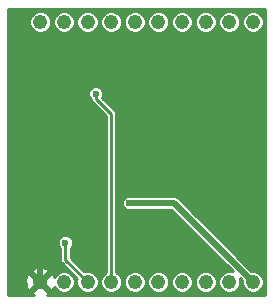
<source format=gbr>
G04 This is an RS-274x file exported by *
G04 gerbv version 2.6.0 *
G04 More information is available about gerbv at *
G04 http://gerbv.gpleda.org/ *
G04 --End of header info--*
%MOIN*%
%FSLAX34Y34*%
%IPPOS*%
G04 --Define apertures--*
%ADD10C,0.0039*%
%ADD11C,0.0482*%
%ADD12C,0.0236*%
%ADD13C,0.0197*%
%ADD14C,0.0098*%
G04 --Start main section--*
G54D11*
G01X0055358Y-043486D03*
G01X0056145Y-043486D03*
G01X0056933Y-043486D03*
G01X0057720Y-043486D03*
G01X0058508Y-043486D03*
G01X0059295Y-043486D03*
G01X0060082Y-043486D03*
G01X0060870Y-043486D03*
G01X0061657Y-043486D03*
G01X0062445Y-043486D03*
G01X0055358Y-034824D03*
G01X0056145Y-034824D03*
G01X0056933Y-034824D03*
G01X0057720Y-034824D03*
G01X0058508Y-034824D03*
G01X0059295Y-034824D03*
G01X0060082Y-034824D03*
G01X0060870Y-034824D03*
G01X0061657Y-034824D03*
G01X0062445Y-034824D03*
G54D12*
G01X0058316Y-040854D03*
G01X0057200Y-040750D03*
G01X0056192Y-042176D03*
G01X0057210Y-037210D03*
G54D13*
G01X0058316Y-040854D02*
G01X0059813Y-040854D01*
G01X0059813Y-040854D02*
G01X0062445Y-043486D01*
G01X0057200Y-040750D02*
G01X0055358Y-042592D01*
G01X0055358Y-042592D02*
G01X0055358Y-043486D01*
G54D14*
G01X0056192Y-042176D02*
G01X0056192Y-042745D01*
G01X0056192Y-042745D02*
G01X0056933Y-043486D01*
G01X0057210Y-037210D02*
G01X0057210Y-037377D01*
G01X0057210Y-037377D02*
G01X0057720Y-037887D01*
G01X0057720Y-037887D02*
G01X0057720Y-043145D01*
G01X0057720Y-043145D02*
G01X0057720Y-043486D01*
G36*
G01X0062844Y-043930D02*
G01X0062814Y-043930D01*
G01X0062814Y-043413D01*
G01X0062814Y-034751D01*
G01X0062758Y-034616D01*
G01X0062654Y-034512D01*
G01X0062518Y-034455D01*
G01X0062372Y-034455D01*
G01X0062236Y-034511D01*
G01X0062132Y-034615D01*
G01X0062076Y-034751D01*
G01X0062076Y-034897D01*
G01X0062132Y-035033D01*
G01X0062235Y-035137D01*
G01X0062371Y-035193D01*
G01X0062518Y-035193D01*
G01X0062653Y-035137D01*
G01X0062757Y-035033D01*
G01X0062814Y-034898D01*
G01X0062814Y-034751D01*
G01X0062814Y-043413D01*
G01X0062758Y-043277D01*
G01X0062654Y-043173D01*
G01X0062518Y-043117D01*
G01X0062396Y-043117D01*
G01X0062026Y-042747D01*
G01X0062026Y-034751D01*
G01X0061970Y-034616D01*
G01X0061867Y-034512D01*
G01X0061731Y-034455D01*
G01X0061584Y-034455D01*
G01X0061449Y-034511D01*
G01X0061345Y-034615D01*
G01X0061288Y-034751D01*
G01X0061288Y-034897D01*
G01X0061344Y-035033D01*
G01X0061448Y-035137D01*
G01X0061584Y-035193D01*
G01X0061730Y-035193D01*
G01X0061866Y-035137D01*
G01X0061970Y-035033D01*
G01X0062026Y-034898D01*
G01X0062026Y-034751D01*
G01X0062026Y-042747D01*
G01X0061239Y-041960D01*
G01X0061239Y-034751D01*
G01X0061183Y-034616D01*
G01X0061079Y-034512D01*
G01X0060944Y-034455D01*
G01X0060797Y-034455D01*
G01X0060661Y-034511D01*
G01X0060557Y-034615D01*
G01X0060501Y-034751D01*
G01X0060501Y-034897D01*
G01X0060557Y-035033D01*
G01X0060661Y-035137D01*
G01X0060796Y-035193D01*
G01X0060943Y-035193D01*
G01X0061079Y-035137D01*
G01X0061182Y-035033D01*
G01X0061239Y-034898D01*
G01X0061239Y-034751D01*
G01X0061239Y-041960D01*
G01X0060451Y-041172D01*
G01X0060451Y-034751D01*
G01X0060395Y-034616D01*
G01X0060292Y-034512D01*
G01X0060156Y-034455D01*
G01X0060009Y-034455D01*
G01X0059874Y-034511D01*
G01X0059770Y-034615D01*
G01X0059714Y-034751D01*
G01X0059714Y-034897D01*
G01X0059770Y-035033D01*
G01X0059873Y-035137D01*
G01X0060009Y-035193D01*
G01X0060156Y-035193D01*
G01X0060291Y-035137D01*
G01X0060395Y-035033D01*
G01X0060451Y-034898D01*
G01X0060451Y-034751D01*
G01X0060451Y-041172D01*
G01X0059973Y-040694D01*
G01X0059900Y-040645D01*
G01X0059813Y-040628D01*
G01X0059664Y-040628D01*
G01X0059664Y-034751D01*
G01X0059608Y-034616D01*
G01X0059504Y-034512D01*
G01X0059369Y-034455D01*
G01X0059222Y-034455D01*
G01X0059086Y-034511D01*
G01X0058983Y-034615D01*
G01X0058926Y-034751D01*
G01X0058926Y-034897D01*
G01X0058982Y-035033D01*
G01X0059086Y-035137D01*
G01X0059221Y-035193D01*
G01X0059368Y-035193D01*
G01X0059504Y-035137D01*
G01X0059608Y-035033D01*
G01X0059664Y-034898D01*
G01X0059664Y-034751D01*
G01X0059664Y-040628D01*
G01X0058877Y-040628D01*
G01X0058877Y-034751D01*
G01X0058821Y-034616D01*
G01X0058717Y-034512D01*
G01X0058581Y-034455D01*
G01X0058435Y-034455D01*
G01X0058299Y-034511D01*
G01X0058195Y-034615D01*
G01X0058139Y-034751D01*
G01X0058139Y-034897D01*
G01X0058195Y-035033D01*
G01X0058298Y-035137D01*
G01X0058434Y-035193D01*
G01X0058581Y-035193D01*
G01X0058716Y-035137D01*
G01X0058820Y-035033D01*
G01X0058877Y-034898D01*
G01X0058877Y-034751D01*
G01X0058877Y-040628D01*
G01X0058412Y-040628D01*
G01X0058365Y-040608D01*
G01X0058267Y-040608D01*
G01X0058177Y-040646D01*
G01X0058107Y-040715D01*
G01X0058089Y-040758D01*
G01X0058089Y-034751D01*
G01X0058033Y-034616D01*
G01X0057930Y-034512D01*
G01X0057794Y-034455D01*
G01X0057647Y-034455D01*
G01X0057512Y-034511D01*
G01X0057408Y-034615D01*
G01X0057351Y-034751D01*
G01X0057351Y-034897D01*
G01X0057407Y-035033D01*
G01X0057511Y-035137D01*
G01X0057647Y-035193D01*
G01X0057793Y-035193D01*
G01X0057929Y-035137D01*
G01X0058033Y-035033D01*
G01X0058089Y-034898D01*
G01X0058089Y-034751D01*
G01X0058089Y-040758D01*
G01X0058070Y-040805D01*
G01X0058070Y-040903D01*
G01X0058107Y-040994D01*
G01X0058176Y-041063D01*
G01X0058267Y-041100D01*
G01X0058364Y-041100D01*
G01X0058412Y-041081D01*
G01X0059720Y-041081D01*
G01X0061773Y-043134D01*
G01X0061731Y-043117D01*
G01X0061584Y-043117D01*
G01X0061449Y-043173D01*
G01X0061345Y-043276D01*
G01X0061288Y-043412D01*
G01X0061288Y-043559D01*
G01X0061344Y-043694D01*
G01X0061448Y-043798D01*
G01X0061584Y-043854D01*
G01X0061730Y-043855D01*
G01X0061866Y-043799D01*
G01X0061970Y-043695D01*
G01X0062026Y-043559D01*
G01X0062026Y-043413D01*
G01X0062008Y-043370D01*
G01X0062076Y-043437D01*
G01X0062076Y-043559D01*
G01X0062132Y-043694D01*
G01X0062235Y-043798D01*
G01X0062371Y-043854D01*
G01X0062518Y-043855D01*
G01X0062653Y-043799D01*
G01X0062757Y-043695D01*
G01X0062814Y-043559D01*
G01X0062814Y-043413D01*
G01X0062814Y-043930D01*
G01X0061239Y-043930D01*
G01X0061239Y-043413D01*
G01X0061183Y-043277D01*
G01X0061079Y-043173D01*
G01X0060944Y-043117D01*
G01X0060797Y-043117D01*
G01X0060661Y-043173D01*
G01X0060557Y-043276D01*
G01X0060501Y-043412D01*
G01X0060501Y-043559D01*
G01X0060557Y-043694D01*
G01X0060661Y-043798D01*
G01X0060796Y-043854D01*
G01X0060943Y-043855D01*
G01X0061079Y-043799D01*
G01X0061182Y-043695D01*
G01X0061239Y-043559D01*
G01X0061239Y-043413D01*
G01X0061239Y-043930D01*
G01X0060451Y-043930D01*
G01X0060451Y-043413D01*
G01X0060395Y-043277D01*
G01X0060292Y-043173D01*
G01X0060156Y-043117D01*
G01X0060009Y-043117D01*
G01X0059874Y-043173D01*
G01X0059770Y-043276D01*
G01X0059714Y-043412D01*
G01X0059714Y-043559D01*
G01X0059770Y-043694D01*
G01X0059873Y-043798D01*
G01X0060009Y-043854D01*
G01X0060156Y-043855D01*
G01X0060291Y-043799D01*
G01X0060395Y-043695D01*
G01X0060451Y-043559D01*
G01X0060451Y-043413D01*
G01X0060451Y-043930D01*
G01X0059664Y-043930D01*
G01X0059664Y-043413D01*
G01X0059608Y-043277D01*
G01X0059504Y-043173D01*
G01X0059369Y-043117D01*
G01X0059222Y-043117D01*
G01X0059086Y-043173D01*
G01X0058983Y-043276D01*
G01X0058926Y-043412D01*
G01X0058926Y-043559D01*
G01X0058982Y-043694D01*
G01X0059086Y-043798D01*
G01X0059221Y-043854D01*
G01X0059368Y-043855D01*
G01X0059504Y-043799D01*
G01X0059608Y-043695D01*
G01X0059664Y-043559D01*
G01X0059664Y-043413D01*
G01X0059664Y-043930D01*
G01X0058877Y-043930D01*
G01X0058877Y-043413D01*
G01X0058821Y-043277D01*
G01X0058717Y-043173D01*
G01X0058581Y-043117D01*
G01X0058435Y-043117D01*
G01X0058299Y-043173D01*
G01X0058195Y-043276D01*
G01X0058139Y-043412D01*
G01X0058139Y-043559D01*
G01X0058195Y-043694D01*
G01X0058298Y-043798D01*
G01X0058434Y-043854D01*
G01X0058581Y-043855D01*
G01X0058716Y-043799D01*
G01X0058820Y-043695D01*
G01X0058877Y-043559D01*
G01X0058877Y-043413D01*
G01X0058877Y-043930D01*
G01X0058089Y-043930D01*
G01X0058089Y-043413D01*
G01X0058033Y-043277D01*
G01X0057930Y-043173D01*
G01X0057897Y-043160D01*
G01X0057897Y-043145D01*
G01X0057897Y-037887D01*
G01X0057884Y-037820D01*
G01X0057846Y-037762D01*
G01X0057423Y-037339D01*
G01X0057456Y-037259D01*
G01X0057456Y-037161D01*
G01X0057419Y-037071D01*
G01X0057350Y-037002D01*
G01X0057302Y-036982D01*
G01X0057302Y-034751D01*
G01X0057246Y-034616D01*
G01X0057142Y-034512D01*
G01X0057007Y-034455D01*
G01X0056860Y-034455D01*
G01X0056724Y-034511D01*
G01X0056620Y-034615D01*
G01X0056564Y-034751D01*
G01X0056564Y-034897D01*
G01X0056620Y-035033D01*
G01X0056724Y-035137D01*
G01X0056859Y-035193D01*
G01X0057006Y-035193D01*
G01X0057142Y-035137D01*
G01X0057245Y-035033D01*
G01X0057302Y-034898D01*
G01X0057302Y-034751D01*
G01X0057302Y-036982D01*
G01X0057259Y-036964D01*
G01X0057161Y-036964D01*
G01X0057071Y-037001D01*
G01X0057002Y-037070D01*
G01X0056964Y-037161D01*
G01X0056964Y-037259D01*
G01X0057001Y-037349D01*
G01X0057034Y-037382D01*
G01X0057046Y-037445D01*
G01X0057085Y-037502D01*
G01X0057543Y-037961D01*
G01X0057543Y-043145D01*
G01X0057543Y-043160D01*
G01X0057512Y-043173D01*
G01X0057408Y-043276D01*
G01X0057351Y-043412D01*
G01X0057351Y-043559D01*
G01X0057407Y-043694D01*
G01X0057511Y-043798D01*
G01X0057647Y-043854D01*
G01X0057793Y-043855D01*
G01X0057929Y-043799D01*
G01X0058033Y-043695D01*
G01X0058089Y-043559D01*
G01X0058089Y-043413D01*
G01X0058089Y-043930D01*
G01X0057302Y-043930D01*
G01X0057302Y-043413D01*
G01X0057246Y-043277D01*
G01X0057142Y-043173D01*
G01X0057007Y-043117D01*
G01X0056860Y-043117D01*
G01X0056828Y-043130D01*
G01X0056514Y-042817D01*
G01X0056514Y-034751D01*
G01X0056458Y-034616D01*
G01X0056355Y-034512D01*
G01X0056219Y-034455D01*
G01X0056072Y-034455D01*
G01X0055937Y-034511D01*
G01X0055833Y-034615D01*
G01X0055777Y-034751D01*
G01X0055777Y-034897D01*
G01X0055833Y-035033D01*
G01X0055936Y-035137D01*
G01X0056072Y-035193D01*
G01X0056219Y-035193D01*
G01X0056354Y-035137D01*
G01X0056458Y-035033D01*
G01X0056514Y-034898D01*
G01X0056514Y-034751D01*
G01X0056514Y-042817D01*
G01X0056369Y-042671D01*
G01X0056369Y-042347D01*
G01X0056400Y-042315D01*
G01X0056438Y-042225D01*
G01X0056438Y-042127D01*
G01X0056401Y-042037D01*
G01X0056331Y-041967D01*
G01X0056241Y-041930D01*
G01X0056143Y-041930D01*
G01X0056053Y-041967D01*
G01X0055983Y-042036D01*
G01X0055946Y-042127D01*
G01X0055946Y-042224D01*
G01X0055983Y-042315D01*
G01X0056015Y-042347D01*
G01X0056015Y-042745D01*
G01X0056028Y-042812D01*
G01X0056067Y-042870D01*
G01X0056577Y-043380D01*
G01X0056564Y-043412D01*
G01X0056564Y-043559D01*
G01X0056620Y-043694D01*
G01X0056724Y-043798D01*
G01X0056859Y-043854D01*
G01X0057006Y-043855D01*
G01X0057142Y-043799D01*
G01X0057245Y-043695D01*
G01X0057302Y-043559D01*
G01X0057302Y-043413D01*
G01X0057302Y-043930D01*
G01X0056514Y-043930D01*
G01X0056514Y-043413D01*
G01X0056458Y-043277D01*
G01X0056355Y-043173D01*
G01X0056219Y-043117D01*
G01X0056072Y-043117D01*
G01X0055937Y-043173D01*
G01X0055833Y-043276D01*
G01X0055820Y-043307D01*
G01X0055790Y-043234D01*
G01X0055727Y-043220D01*
G01X0055727Y-034751D01*
G01X0055671Y-034616D01*
G01X0055567Y-034512D01*
G01X0055432Y-034455D01*
G01X0055285Y-034455D01*
G01X0055149Y-034511D01*
G01X0055046Y-034615D01*
G01X0054989Y-034751D01*
G01X0054989Y-034897D01*
G01X0055045Y-035033D01*
G01X0055149Y-035137D01*
G01X0055284Y-035193D01*
G01X0055431Y-035193D01*
G01X0055567Y-035137D01*
G01X0055671Y-035033D01*
G01X0055727Y-034898D01*
G01X0055727Y-034751D01*
G01X0055727Y-043220D01*
G01X0055701Y-043214D01*
G01X0055629Y-043286D01*
G01X0055629Y-043142D01*
G01X0055609Y-043054D01*
G01X0055425Y-042990D01*
G01X0055230Y-043003D01*
G01X0055107Y-043054D01*
G01X0055087Y-043142D01*
G01X0055358Y-043414D01*
G01X0055629Y-043142D01*
G01X0055629Y-043286D01*
G01X0055430Y-043486D01*
G01X0055701Y-043757D01*
G01X0055790Y-043737D01*
G01X0055817Y-043657D01*
G01X0055833Y-043694D01*
G01X0055936Y-043798D01*
G01X0056072Y-043854D01*
G01X0056219Y-043855D01*
G01X0056354Y-043799D01*
G01X0056458Y-043695D01*
G01X0056514Y-043559D01*
G01X0056514Y-043413D01*
G01X0056514Y-043930D01*
G01X0055580Y-043930D01*
G01X0055609Y-043918D01*
G01X0055629Y-043829D01*
G01X0055358Y-043557D01*
G01X0055286Y-043629D01*
G01X0055286Y-043486D01*
G01X0055015Y-043214D01*
G01X0054926Y-043234D01*
G01X0054863Y-043419D01*
G01X0054875Y-043614D01*
G01X0054926Y-043737D01*
G01X0055015Y-043757D01*
G01X0055286Y-043486D01*
G01X0055286Y-043629D01*
G01X0055087Y-043829D01*
G01X0055107Y-043918D01*
G01X0055143Y-043930D01*
G01X0054281Y-043930D01*
G01X0054281Y-034383D01*
G01X0062844Y-034383D01*
G01X0062844Y-043930D01*
G01X0062844Y-043930D01*
G37*
G01X0062844Y-043930D02*
G01X0062814Y-043930D01*
G01X0062814Y-043930D02*
G01X0062814Y-043413D01*
G01X0062814Y-043413D02*
G01X0062814Y-034751D01*
G01X0062814Y-034751D02*
G01X0062758Y-034616D01*
G01X0062758Y-034616D02*
G01X0062654Y-034512D01*
G01X0062654Y-034512D02*
G01X0062518Y-034455D01*
G01X0062518Y-034455D02*
G01X0062372Y-034455D01*
G01X0062372Y-034455D02*
G01X0062236Y-034511D01*
G01X0062236Y-034511D02*
G01X0062132Y-034615D01*
G01X0062132Y-034615D02*
G01X0062076Y-034751D01*
G01X0062076Y-034751D02*
G01X0062076Y-034897D01*
G01X0062076Y-034897D02*
G01X0062132Y-035033D01*
G01X0062132Y-035033D02*
G01X0062235Y-035137D01*
G01X0062235Y-035137D02*
G01X0062371Y-035193D01*
G01X0062371Y-035193D02*
G01X0062518Y-035193D01*
G01X0062518Y-035193D02*
G01X0062653Y-035137D01*
G01X0062653Y-035137D02*
G01X0062757Y-035033D01*
G01X0062757Y-035033D02*
G01X0062814Y-034898D01*
G01X0062814Y-034898D02*
G01X0062814Y-034751D01*
G01X0062814Y-034751D02*
G01X0062814Y-043413D01*
G01X0062814Y-043413D02*
G01X0062758Y-043277D01*
G01X0062758Y-043277D02*
G01X0062654Y-043173D01*
G01X0062654Y-043173D02*
G01X0062518Y-043117D01*
G01X0062518Y-043117D02*
G01X0062396Y-043117D01*
G01X0062396Y-043117D02*
G01X0062026Y-042747D01*
G01X0062026Y-042747D02*
G01X0062026Y-034751D01*
G01X0062026Y-034751D02*
G01X0061970Y-034616D01*
G01X0061970Y-034616D02*
G01X0061867Y-034512D01*
G01X0061867Y-034512D02*
G01X0061731Y-034455D01*
G01X0061731Y-034455D02*
G01X0061584Y-034455D01*
G01X0061584Y-034455D02*
G01X0061449Y-034511D01*
G01X0061449Y-034511D02*
G01X0061345Y-034615D01*
G01X0061345Y-034615D02*
G01X0061288Y-034751D01*
G01X0061288Y-034751D02*
G01X0061288Y-034897D01*
G01X0061288Y-034897D02*
G01X0061344Y-035033D01*
G01X0061344Y-035033D02*
G01X0061448Y-035137D01*
G01X0061448Y-035137D02*
G01X0061584Y-035193D01*
G01X0061584Y-035193D02*
G01X0061730Y-035193D01*
G01X0061730Y-035193D02*
G01X0061866Y-035137D01*
G01X0061866Y-035137D02*
G01X0061970Y-035033D01*
G01X0061970Y-035033D02*
G01X0062026Y-034898D01*
G01X0062026Y-034898D02*
G01X0062026Y-034751D01*
G01X0062026Y-034751D02*
G01X0062026Y-042747D01*
G01X0062026Y-042747D02*
G01X0061239Y-041960D01*
G01X0061239Y-041960D02*
G01X0061239Y-034751D01*
G01X0061239Y-034751D02*
G01X0061183Y-034616D01*
G01X0061183Y-034616D02*
G01X0061079Y-034512D01*
G01X0061079Y-034512D02*
G01X0060944Y-034455D01*
G01X0060944Y-034455D02*
G01X0060797Y-034455D01*
G01X0060797Y-034455D02*
G01X0060661Y-034511D01*
G01X0060661Y-034511D02*
G01X0060557Y-034615D01*
G01X0060557Y-034615D02*
G01X0060501Y-034751D01*
G01X0060501Y-034751D02*
G01X0060501Y-034897D01*
G01X0060501Y-034897D02*
G01X0060557Y-035033D01*
G01X0060557Y-035033D02*
G01X0060661Y-035137D01*
G01X0060661Y-035137D02*
G01X0060796Y-035193D01*
G01X0060796Y-035193D02*
G01X0060943Y-035193D01*
G01X0060943Y-035193D02*
G01X0061079Y-035137D01*
G01X0061079Y-035137D02*
G01X0061182Y-035033D01*
G01X0061182Y-035033D02*
G01X0061239Y-034898D01*
G01X0061239Y-034898D02*
G01X0061239Y-034751D01*
G01X0061239Y-034751D02*
G01X0061239Y-041960D01*
G01X0061239Y-041960D02*
G01X0060451Y-041172D01*
G01X0060451Y-041172D02*
G01X0060451Y-034751D01*
G01X0060451Y-034751D02*
G01X0060395Y-034616D01*
G01X0060395Y-034616D02*
G01X0060292Y-034512D01*
G01X0060292Y-034512D02*
G01X0060156Y-034455D01*
G01X0060156Y-034455D02*
G01X0060009Y-034455D01*
G01X0060009Y-034455D02*
G01X0059874Y-034511D01*
G01X0059874Y-034511D02*
G01X0059770Y-034615D01*
G01X0059770Y-034615D02*
G01X0059714Y-034751D01*
G01X0059714Y-034751D02*
G01X0059714Y-034897D01*
G01X0059714Y-034897D02*
G01X0059770Y-035033D01*
G01X0059770Y-035033D02*
G01X0059873Y-035137D01*
G01X0059873Y-035137D02*
G01X0060009Y-035193D01*
G01X0060009Y-035193D02*
G01X0060156Y-035193D01*
G01X0060156Y-035193D02*
G01X0060291Y-035137D01*
G01X0060291Y-035137D02*
G01X0060395Y-035033D01*
G01X0060395Y-035033D02*
G01X0060451Y-034898D01*
G01X0060451Y-034898D02*
G01X0060451Y-034751D01*
G01X0060451Y-034751D02*
G01X0060451Y-041172D01*
G01X0060451Y-041172D02*
G01X0059973Y-040694D01*
G01X0059973Y-040694D02*
G01X0059900Y-040645D01*
G01X0059900Y-040645D02*
G01X0059813Y-040628D01*
G01X0059813Y-040628D02*
G01X0059664Y-040628D01*
G01X0059664Y-040628D02*
G01X0059664Y-034751D01*
G01X0059664Y-034751D02*
G01X0059608Y-034616D01*
G01X0059608Y-034616D02*
G01X0059504Y-034512D01*
G01X0059504Y-034512D02*
G01X0059369Y-034455D01*
G01X0059369Y-034455D02*
G01X0059222Y-034455D01*
G01X0059222Y-034455D02*
G01X0059086Y-034511D01*
G01X0059086Y-034511D02*
G01X0058983Y-034615D01*
G01X0058983Y-034615D02*
G01X0058926Y-034751D01*
G01X0058926Y-034751D02*
G01X0058926Y-034897D01*
G01X0058926Y-034897D02*
G01X0058982Y-035033D01*
G01X0058982Y-035033D02*
G01X0059086Y-035137D01*
G01X0059086Y-035137D02*
G01X0059221Y-035193D01*
G01X0059221Y-035193D02*
G01X0059368Y-035193D01*
G01X0059368Y-035193D02*
G01X0059504Y-035137D01*
G01X0059504Y-035137D02*
G01X0059608Y-035033D01*
G01X0059608Y-035033D02*
G01X0059664Y-034898D01*
G01X0059664Y-034898D02*
G01X0059664Y-034751D01*
G01X0059664Y-034751D02*
G01X0059664Y-040628D01*
G01X0059664Y-040628D02*
G01X0058877Y-040628D01*
G01X0058877Y-040628D02*
G01X0058877Y-034751D01*
G01X0058877Y-034751D02*
G01X0058821Y-034616D01*
G01X0058821Y-034616D02*
G01X0058717Y-034512D01*
G01X0058717Y-034512D02*
G01X0058581Y-034455D01*
G01X0058581Y-034455D02*
G01X0058435Y-034455D01*
G01X0058435Y-034455D02*
G01X0058299Y-034511D01*
G01X0058299Y-034511D02*
G01X0058195Y-034615D01*
G01X0058195Y-034615D02*
G01X0058139Y-034751D01*
G01X0058139Y-034751D02*
G01X0058139Y-034897D01*
G01X0058139Y-034897D02*
G01X0058195Y-035033D01*
G01X0058195Y-035033D02*
G01X0058298Y-035137D01*
G01X0058298Y-035137D02*
G01X0058434Y-035193D01*
G01X0058434Y-035193D02*
G01X0058581Y-035193D01*
G01X0058581Y-035193D02*
G01X0058716Y-035137D01*
G01X0058716Y-035137D02*
G01X0058820Y-035033D01*
G01X0058820Y-035033D02*
G01X0058877Y-034898D01*
G01X0058877Y-034898D02*
G01X0058877Y-034751D01*
G01X0058877Y-034751D02*
G01X0058877Y-040628D01*
G01X0058877Y-040628D02*
G01X0058412Y-040628D01*
G01X0058412Y-040628D02*
G01X0058365Y-040608D01*
G01X0058365Y-040608D02*
G01X0058267Y-040608D01*
G01X0058267Y-040608D02*
G01X0058177Y-040646D01*
G01X0058177Y-040646D02*
G01X0058107Y-040715D01*
G01X0058107Y-040715D02*
G01X0058089Y-040758D01*
G01X0058089Y-040758D02*
G01X0058089Y-034751D01*
G01X0058089Y-034751D02*
G01X0058033Y-034616D01*
G01X0058033Y-034616D02*
G01X0057930Y-034512D01*
G01X0057930Y-034512D02*
G01X0057794Y-034455D01*
G01X0057794Y-034455D02*
G01X0057647Y-034455D01*
G01X0057647Y-034455D02*
G01X0057512Y-034511D01*
G01X0057512Y-034511D02*
G01X0057408Y-034615D01*
G01X0057408Y-034615D02*
G01X0057351Y-034751D01*
G01X0057351Y-034751D02*
G01X0057351Y-034897D01*
G01X0057351Y-034897D02*
G01X0057407Y-035033D01*
G01X0057407Y-035033D02*
G01X0057511Y-035137D01*
G01X0057511Y-035137D02*
G01X0057647Y-035193D01*
G01X0057647Y-035193D02*
G01X0057793Y-035193D01*
G01X0057793Y-035193D02*
G01X0057929Y-035137D01*
G01X0057929Y-035137D02*
G01X0058033Y-035033D01*
G01X0058033Y-035033D02*
G01X0058089Y-034898D01*
G01X0058089Y-034898D02*
G01X0058089Y-034751D01*
G01X0058089Y-034751D02*
G01X0058089Y-040758D01*
G01X0058089Y-040758D02*
G01X0058070Y-040805D01*
G01X0058070Y-040805D02*
G01X0058070Y-040903D01*
G01X0058070Y-040903D02*
G01X0058107Y-040994D01*
G01X0058107Y-040994D02*
G01X0058176Y-041063D01*
G01X0058176Y-041063D02*
G01X0058267Y-041100D01*
G01X0058267Y-041100D02*
G01X0058364Y-041100D01*
G01X0058364Y-041100D02*
G01X0058412Y-041081D01*
G01X0058412Y-041081D02*
G01X0059720Y-041081D01*
G01X0059720Y-041081D02*
G01X0061773Y-043134D01*
G01X0061773Y-043134D02*
G01X0061731Y-043117D01*
G01X0061731Y-043117D02*
G01X0061584Y-043117D01*
G01X0061584Y-043117D02*
G01X0061449Y-043173D01*
G01X0061449Y-043173D02*
G01X0061345Y-043276D01*
G01X0061345Y-043276D02*
G01X0061288Y-043412D01*
G01X0061288Y-043412D02*
G01X0061288Y-043559D01*
G01X0061288Y-043559D02*
G01X0061344Y-043694D01*
G01X0061344Y-043694D02*
G01X0061448Y-043798D01*
G01X0061448Y-043798D02*
G01X0061584Y-043854D01*
G01X0061584Y-043854D02*
G01X0061730Y-043855D01*
G01X0061730Y-043855D02*
G01X0061866Y-043799D01*
G01X0061866Y-043799D02*
G01X0061970Y-043695D01*
G01X0061970Y-043695D02*
G01X0062026Y-043559D01*
G01X0062026Y-043559D02*
G01X0062026Y-043413D01*
G01X0062026Y-043413D02*
G01X0062008Y-043370D01*
G01X0062008Y-043370D02*
G01X0062076Y-043437D01*
G01X0062076Y-043437D02*
G01X0062076Y-043559D01*
G01X0062076Y-043559D02*
G01X0062132Y-043694D01*
G01X0062132Y-043694D02*
G01X0062235Y-043798D01*
G01X0062235Y-043798D02*
G01X0062371Y-043854D01*
G01X0062371Y-043854D02*
G01X0062518Y-043855D01*
G01X0062518Y-043855D02*
G01X0062653Y-043799D01*
G01X0062653Y-043799D02*
G01X0062757Y-043695D01*
G01X0062757Y-043695D02*
G01X0062814Y-043559D01*
G01X0062814Y-043559D02*
G01X0062814Y-043413D01*
G01X0062814Y-043413D02*
G01X0062814Y-043930D01*
G01X0062814Y-043930D02*
G01X0061239Y-043930D01*
G01X0061239Y-043930D02*
G01X0061239Y-043413D01*
G01X0061239Y-043413D02*
G01X0061183Y-043277D01*
G01X0061183Y-043277D02*
G01X0061079Y-043173D01*
G01X0061079Y-043173D02*
G01X0060944Y-043117D01*
G01X0060944Y-043117D02*
G01X0060797Y-043117D01*
G01X0060797Y-043117D02*
G01X0060661Y-043173D01*
G01X0060661Y-043173D02*
G01X0060557Y-043276D01*
G01X0060557Y-043276D02*
G01X0060501Y-043412D01*
G01X0060501Y-043412D02*
G01X0060501Y-043559D01*
G01X0060501Y-043559D02*
G01X0060557Y-043694D01*
G01X0060557Y-043694D02*
G01X0060661Y-043798D01*
G01X0060661Y-043798D02*
G01X0060796Y-043854D01*
G01X0060796Y-043854D02*
G01X0060943Y-043855D01*
G01X0060943Y-043855D02*
G01X0061079Y-043799D01*
G01X0061079Y-043799D02*
G01X0061182Y-043695D01*
G01X0061182Y-043695D02*
G01X0061239Y-043559D01*
G01X0061239Y-043559D02*
G01X0061239Y-043413D01*
G01X0061239Y-043413D02*
G01X0061239Y-043930D01*
G01X0061239Y-043930D02*
G01X0060451Y-043930D01*
G01X0060451Y-043930D02*
G01X0060451Y-043413D01*
G01X0060451Y-043413D02*
G01X0060395Y-043277D01*
G01X0060395Y-043277D02*
G01X0060292Y-043173D01*
G01X0060292Y-043173D02*
G01X0060156Y-043117D01*
G01X0060156Y-043117D02*
G01X0060009Y-043117D01*
G01X0060009Y-043117D02*
G01X0059874Y-043173D01*
G01X0059874Y-043173D02*
G01X0059770Y-043276D01*
G01X0059770Y-043276D02*
G01X0059714Y-043412D01*
G01X0059714Y-043412D02*
G01X0059714Y-043559D01*
G01X0059714Y-043559D02*
G01X0059770Y-043694D01*
G01X0059770Y-043694D02*
G01X0059873Y-043798D01*
G01X0059873Y-043798D02*
G01X0060009Y-043854D01*
G01X0060009Y-043854D02*
G01X0060156Y-043855D01*
G01X0060156Y-043855D02*
G01X0060291Y-043799D01*
G01X0060291Y-043799D02*
G01X0060395Y-043695D01*
G01X0060395Y-043695D02*
G01X0060451Y-043559D01*
G01X0060451Y-043559D02*
G01X0060451Y-043413D01*
G01X0060451Y-043413D02*
G01X0060451Y-043930D01*
G01X0060451Y-043930D02*
G01X0059664Y-043930D01*
G01X0059664Y-043930D02*
G01X0059664Y-043413D01*
G01X0059664Y-043413D02*
G01X0059608Y-043277D01*
G01X0059608Y-043277D02*
G01X0059504Y-043173D01*
G01X0059504Y-043173D02*
G01X0059369Y-043117D01*
G01X0059369Y-043117D02*
G01X0059222Y-043117D01*
G01X0059222Y-043117D02*
G01X0059086Y-043173D01*
G01X0059086Y-043173D02*
G01X0058983Y-043276D01*
G01X0058983Y-043276D02*
G01X0058926Y-043412D01*
G01X0058926Y-043412D02*
G01X0058926Y-043559D01*
G01X0058926Y-043559D02*
G01X0058982Y-043694D01*
G01X0058982Y-043694D02*
G01X0059086Y-043798D01*
G01X0059086Y-043798D02*
G01X0059221Y-043854D01*
G01X0059221Y-043854D02*
G01X0059368Y-043855D01*
G01X0059368Y-043855D02*
G01X0059504Y-043799D01*
G01X0059504Y-043799D02*
G01X0059608Y-043695D01*
G01X0059608Y-043695D02*
G01X0059664Y-043559D01*
G01X0059664Y-043559D02*
G01X0059664Y-043413D01*
G01X0059664Y-043413D02*
G01X0059664Y-043930D01*
G01X0059664Y-043930D02*
G01X0058877Y-043930D01*
G01X0058877Y-043930D02*
G01X0058877Y-043413D01*
G01X0058877Y-043413D02*
G01X0058821Y-043277D01*
G01X0058821Y-043277D02*
G01X0058717Y-043173D01*
G01X0058717Y-043173D02*
G01X0058581Y-043117D01*
G01X0058581Y-043117D02*
G01X0058435Y-043117D01*
G01X0058435Y-043117D02*
G01X0058299Y-043173D01*
G01X0058299Y-043173D02*
G01X0058195Y-043276D01*
G01X0058195Y-043276D02*
G01X0058139Y-043412D01*
G01X0058139Y-043412D02*
G01X0058139Y-043559D01*
G01X0058139Y-043559D02*
G01X0058195Y-043694D01*
G01X0058195Y-043694D02*
G01X0058298Y-043798D01*
G01X0058298Y-043798D02*
G01X0058434Y-043854D01*
G01X0058434Y-043854D02*
G01X0058581Y-043855D01*
G01X0058581Y-043855D02*
G01X0058716Y-043799D01*
G01X0058716Y-043799D02*
G01X0058820Y-043695D01*
G01X0058820Y-043695D02*
G01X0058877Y-043559D01*
G01X0058877Y-043559D02*
G01X0058877Y-043413D01*
G01X0058877Y-043413D02*
G01X0058877Y-043930D01*
G01X0058877Y-043930D02*
G01X0058089Y-043930D01*
G01X0058089Y-043930D02*
G01X0058089Y-043413D01*
G01X0058089Y-043413D02*
G01X0058033Y-043277D01*
G01X0058033Y-043277D02*
G01X0057930Y-043173D01*
G01X0057930Y-043173D02*
G01X0057897Y-043160D01*
G01X0057897Y-043160D02*
G01X0057897Y-043145D01*
G01X0057897Y-043145D02*
G01X0057897Y-037887D01*
G01X0057897Y-037887D02*
G01X0057884Y-037820D01*
G01X0057884Y-037820D02*
G01X0057846Y-037762D01*
G01X0057846Y-037762D02*
G01X0057423Y-037339D01*
G01X0057423Y-037339D02*
G01X0057456Y-037259D01*
G01X0057456Y-037259D02*
G01X0057456Y-037161D01*
G01X0057456Y-037161D02*
G01X0057419Y-037071D01*
G01X0057419Y-037071D02*
G01X0057350Y-037002D01*
G01X0057350Y-037002D02*
G01X0057302Y-036982D01*
G01X0057302Y-036982D02*
G01X0057302Y-034751D01*
G01X0057302Y-034751D02*
G01X0057246Y-034616D01*
G01X0057246Y-034616D02*
G01X0057142Y-034512D01*
G01X0057142Y-034512D02*
G01X0057007Y-034455D01*
G01X0057007Y-034455D02*
G01X0056860Y-034455D01*
G01X0056860Y-034455D02*
G01X0056724Y-034511D01*
G01X0056724Y-034511D02*
G01X0056620Y-034615D01*
G01X0056620Y-034615D02*
G01X0056564Y-034751D01*
G01X0056564Y-034751D02*
G01X0056564Y-034897D01*
G01X0056564Y-034897D02*
G01X0056620Y-035033D01*
G01X0056620Y-035033D02*
G01X0056724Y-035137D01*
G01X0056724Y-035137D02*
G01X0056859Y-035193D01*
G01X0056859Y-035193D02*
G01X0057006Y-035193D01*
G01X0057006Y-035193D02*
G01X0057142Y-035137D01*
G01X0057142Y-035137D02*
G01X0057245Y-035033D01*
G01X0057245Y-035033D02*
G01X0057302Y-034898D01*
G01X0057302Y-034898D02*
G01X0057302Y-034751D01*
G01X0057302Y-034751D02*
G01X0057302Y-036982D01*
G01X0057302Y-036982D02*
G01X0057259Y-036964D01*
G01X0057259Y-036964D02*
G01X0057161Y-036964D01*
G01X0057161Y-036964D02*
G01X0057071Y-037001D01*
G01X0057071Y-037001D02*
G01X0057002Y-037070D01*
G01X0057002Y-037070D02*
G01X0056964Y-037161D01*
G01X0056964Y-037161D02*
G01X0056964Y-037259D01*
G01X0056964Y-037259D02*
G01X0057001Y-037349D01*
G01X0057001Y-037349D02*
G01X0057034Y-037382D01*
G01X0057034Y-037382D02*
G01X0057046Y-037445D01*
G01X0057046Y-037445D02*
G01X0057085Y-037502D01*
G01X0057085Y-037502D02*
G01X0057543Y-037961D01*
G01X0057543Y-037961D02*
G01X0057543Y-043145D01*
G01X0057543Y-043145D02*
G01X0057543Y-043160D01*
G01X0057543Y-043160D02*
G01X0057512Y-043173D01*
G01X0057512Y-043173D02*
G01X0057408Y-043276D01*
G01X0057408Y-043276D02*
G01X0057351Y-043412D01*
G01X0057351Y-043412D02*
G01X0057351Y-043559D01*
G01X0057351Y-043559D02*
G01X0057407Y-043694D01*
G01X0057407Y-043694D02*
G01X0057511Y-043798D01*
G01X0057511Y-043798D02*
G01X0057647Y-043854D01*
G01X0057647Y-043854D02*
G01X0057793Y-043855D01*
G01X0057793Y-043855D02*
G01X0057929Y-043799D01*
G01X0057929Y-043799D02*
G01X0058033Y-043695D01*
G01X0058033Y-043695D02*
G01X0058089Y-043559D01*
G01X0058089Y-043559D02*
G01X0058089Y-043413D01*
G01X0058089Y-043413D02*
G01X0058089Y-043930D01*
G01X0058089Y-043930D02*
G01X0057302Y-043930D01*
G01X0057302Y-043930D02*
G01X0057302Y-043413D01*
G01X0057302Y-043413D02*
G01X0057246Y-043277D01*
G01X0057246Y-043277D02*
G01X0057142Y-043173D01*
G01X0057142Y-043173D02*
G01X0057007Y-043117D01*
G01X0057007Y-043117D02*
G01X0056860Y-043117D01*
G01X0056860Y-043117D02*
G01X0056828Y-043130D01*
G01X0056828Y-043130D02*
G01X0056514Y-042817D01*
G01X0056514Y-042817D02*
G01X0056514Y-034751D01*
G01X0056514Y-034751D02*
G01X0056458Y-034616D01*
G01X0056458Y-034616D02*
G01X0056355Y-034512D01*
G01X0056355Y-034512D02*
G01X0056219Y-034455D01*
G01X0056219Y-034455D02*
G01X0056072Y-034455D01*
G01X0056072Y-034455D02*
G01X0055937Y-034511D01*
G01X0055937Y-034511D02*
G01X0055833Y-034615D01*
G01X0055833Y-034615D02*
G01X0055777Y-034751D01*
G01X0055777Y-034751D02*
G01X0055777Y-034897D01*
G01X0055777Y-034897D02*
G01X0055833Y-035033D01*
G01X0055833Y-035033D02*
G01X0055936Y-035137D01*
G01X0055936Y-035137D02*
G01X0056072Y-035193D01*
G01X0056072Y-035193D02*
G01X0056219Y-035193D01*
G01X0056219Y-035193D02*
G01X0056354Y-035137D01*
G01X0056354Y-035137D02*
G01X0056458Y-035033D01*
G01X0056458Y-035033D02*
G01X0056514Y-034898D01*
G01X0056514Y-034898D02*
G01X0056514Y-034751D01*
G01X0056514Y-034751D02*
G01X0056514Y-042817D01*
G01X0056514Y-042817D02*
G01X0056369Y-042671D01*
G01X0056369Y-042671D02*
G01X0056369Y-042347D01*
G01X0056369Y-042347D02*
G01X0056400Y-042315D01*
G01X0056400Y-042315D02*
G01X0056438Y-042225D01*
G01X0056438Y-042225D02*
G01X0056438Y-042127D01*
G01X0056438Y-042127D02*
G01X0056401Y-042037D01*
G01X0056401Y-042037D02*
G01X0056331Y-041967D01*
G01X0056331Y-041967D02*
G01X0056241Y-041930D01*
G01X0056241Y-041930D02*
G01X0056143Y-041930D01*
G01X0056143Y-041930D02*
G01X0056053Y-041967D01*
G01X0056053Y-041967D02*
G01X0055983Y-042036D01*
G01X0055983Y-042036D02*
G01X0055946Y-042127D01*
G01X0055946Y-042127D02*
G01X0055946Y-042224D01*
G01X0055946Y-042224D02*
G01X0055983Y-042315D01*
G01X0055983Y-042315D02*
G01X0056015Y-042347D01*
G01X0056015Y-042347D02*
G01X0056015Y-042745D01*
G01X0056015Y-042745D02*
G01X0056028Y-042812D01*
G01X0056028Y-042812D02*
G01X0056067Y-042870D01*
G01X0056067Y-042870D02*
G01X0056577Y-043380D01*
G01X0056577Y-043380D02*
G01X0056564Y-043412D01*
G01X0056564Y-043412D02*
G01X0056564Y-043559D01*
G01X0056564Y-043559D02*
G01X0056620Y-043694D01*
G01X0056620Y-043694D02*
G01X0056724Y-043798D01*
G01X0056724Y-043798D02*
G01X0056859Y-043854D01*
G01X0056859Y-043854D02*
G01X0057006Y-043855D01*
G01X0057006Y-043855D02*
G01X0057142Y-043799D01*
G01X0057142Y-043799D02*
G01X0057245Y-043695D01*
G01X0057245Y-043695D02*
G01X0057302Y-043559D01*
G01X0057302Y-043559D02*
G01X0057302Y-043413D01*
G01X0057302Y-043413D02*
G01X0057302Y-043930D01*
G01X0057302Y-043930D02*
G01X0056514Y-043930D01*
G01X0056514Y-043930D02*
G01X0056514Y-043413D01*
G01X0056514Y-043413D02*
G01X0056458Y-043277D01*
G01X0056458Y-043277D02*
G01X0056355Y-043173D01*
G01X0056355Y-043173D02*
G01X0056219Y-043117D01*
G01X0056219Y-043117D02*
G01X0056072Y-043117D01*
G01X0056072Y-043117D02*
G01X0055937Y-043173D01*
G01X0055937Y-043173D02*
G01X0055833Y-043276D01*
G01X0055833Y-043276D02*
G01X0055820Y-043307D01*
G01X0055820Y-043307D02*
G01X0055790Y-043234D01*
G01X0055790Y-043234D02*
G01X0055727Y-043220D01*
G01X0055727Y-043220D02*
G01X0055727Y-034751D01*
G01X0055727Y-034751D02*
G01X0055671Y-034616D01*
G01X0055671Y-034616D02*
G01X0055567Y-034512D01*
G01X0055567Y-034512D02*
G01X0055432Y-034455D01*
G01X0055432Y-034455D02*
G01X0055285Y-034455D01*
G01X0055285Y-034455D02*
G01X0055149Y-034511D01*
G01X0055149Y-034511D02*
G01X0055046Y-034615D01*
G01X0055046Y-034615D02*
G01X0054989Y-034751D01*
G01X0054989Y-034751D02*
G01X0054989Y-034897D01*
G01X0054989Y-034897D02*
G01X0055045Y-035033D01*
G01X0055045Y-035033D02*
G01X0055149Y-035137D01*
G01X0055149Y-035137D02*
G01X0055284Y-035193D01*
G01X0055284Y-035193D02*
G01X0055431Y-035193D01*
G01X0055431Y-035193D02*
G01X0055567Y-035137D01*
G01X0055567Y-035137D02*
G01X0055671Y-035033D01*
G01X0055671Y-035033D02*
G01X0055727Y-034898D01*
G01X0055727Y-034898D02*
G01X0055727Y-034751D01*
G01X0055727Y-034751D02*
G01X0055727Y-043220D01*
G01X0055727Y-043220D02*
G01X0055701Y-043214D01*
G01X0055701Y-043214D02*
G01X0055629Y-043286D01*
G01X0055629Y-043286D02*
G01X0055629Y-043142D01*
G01X0055629Y-043142D02*
G01X0055609Y-043054D01*
G01X0055609Y-043054D02*
G01X0055425Y-042990D01*
G01X0055425Y-042990D02*
G01X0055230Y-043003D01*
G01X0055230Y-043003D02*
G01X0055107Y-043054D01*
G01X0055107Y-043054D02*
G01X0055087Y-043142D01*
G01X0055087Y-043142D02*
G01X0055358Y-043414D01*
G01X0055358Y-043414D02*
G01X0055629Y-043142D01*
G01X0055629Y-043142D02*
G01X0055629Y-043286D01*
G01X0055629Y-043286D02*
G01X0055430Y-043486D01*
G01X0055430Y-043486D02*
G01X0055701Y-043757D01*
G01X0055701Y-043757D02*
G01X0055790Y-043737D01*
G01X0055790Y-043737D02*
G01X0055817Y-043657D01*
G01X0055817Y-043657D02*
G01X0055833Y-043694D01*
G01X0055833Y-043694D02*
G01X0055936Y-043798D01*
G01X0055936Y-043798D02*
G01X0056072Y-043854D01*
G01X0056072Y-043854D02*
G01X0056219Y-043855D01*
G01X0056219Y-043855D02*
G01X0056354Y-043799D01*
G01X0056354Y-043799D02*
G01X0056458Y-043695D01*
G01X0056458Y-043695D02*
G01X0056514Y-043559D01*
G01X0056514Y-043559D02*
G01X0056514Y-043413D01*
G01X0056514Y-043413D02*
G01X0056514Y-043930D01*
G01X0056514Y-043930D02*
G01X0055580Y-043930D01*
G01X0055580Y-043930D02*
G01X0055609Y-043918D01*
G01X0055609Y-043918D02*
G01X0055629Y-043829D01*
G01X0055629Y-043829D02*
G01X0055358Y-043557D01*
G01X0055358Y-043557D02*
G01X0055286Y-043629D01*
G01X0055286Y-043629D02*
G01X0055286Y-043486D01*
G01X0055286Y-043486D02*
G01X0055015Y-043214D01*
G01X0055015Y-043214D02*
G01X0054926Y-043234D01*
G01X0054926Y-043234D02*
G01X0054863Y-043419D01*
G01X0054863Y-043419D02*
G01X0054875Y-043614D01*
G01X0054875Y-043614D02*
G01X0054926Y-043737D01*
G01X0054926Y-043737D02*
G01X0055015Y-043757D01*
G01X0055015Y-043757D02*
G01X0055286Y-043486D01*
G01X0055286Y-043486D02*
G01X0055286Y-043629D01*
G01X0055286Y-043629D02*
G01X0055087Y-043829D01*
G01X0055087Y-043829D02*
G01X0055107Y-043918D01*
G01X0055107Y-043918D02*
G01X0055143Y-043930D01*
G01X0055143Y-043930D02*
G01X0054281Y-043930D01*
G01X0054281Y-043930D02*
G01X0054281Y-034383D01*
G01X0054281Y-034383D02*
G01X0062844Y-034383D01*
G01X0062844Y-034383D02*
G01X0062844Y-043930D01*
M02*

</source>
